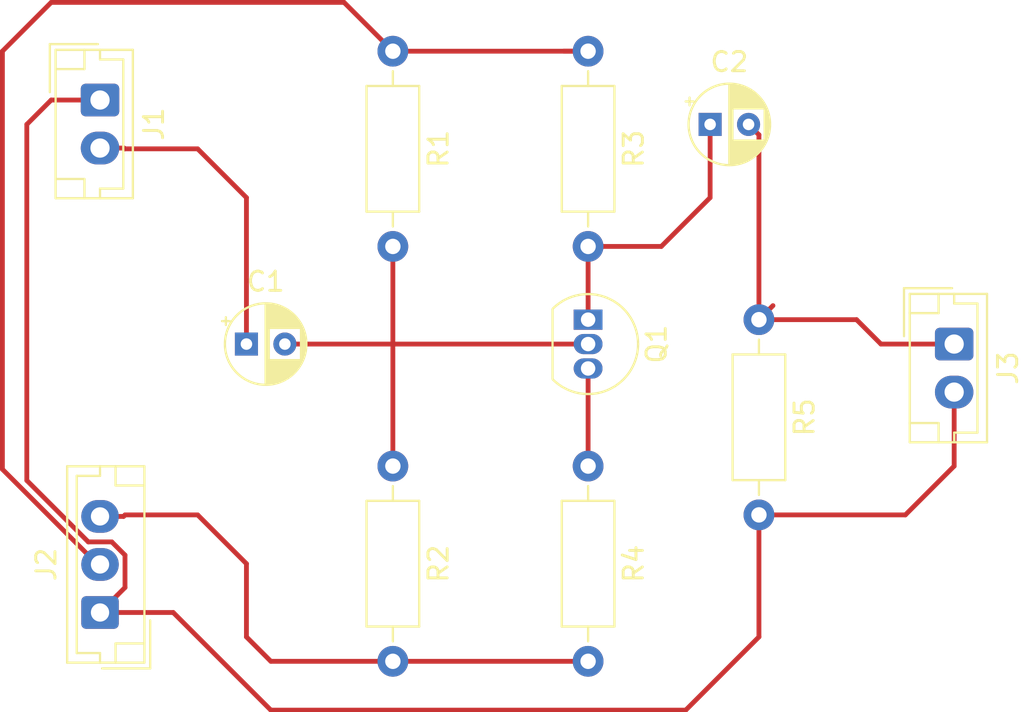
<source format=kicad_pcb>
(kicad_pcb (version 20171130) (host pcbnew "(5.1.4)-1")

  (general
    (thickness 1.6)
    (drawings 0)
    (tracks 55)
    (zones 0)
    (modules 11)
    (nets 9)
  )

  (page A4)
  (layers
    (0 F.Cu signal)
    (31 B.Cu signal)
    (32 B.Adhes user)
    (33 F.Adhes user)
    (34 B.Paste user)
    (35 F.Paste user)
    (36 B.SilkS user)
    (37 F.SilkS user)
    (38 B.Mask user)
    (39 F.Mask user)
    (40 Dwgs.User user)
    (41 Cmts.User user)
    (42 Eco1.User user)
    (43 Eco2.User user)
    (44 Edge.Cuts user)
    (45 Margin user)
    (46 B.CrtYd user)
    (47 F.CrtYd user)
    (48 B.Fab user)
    (49 F.Fab user)
  )

  (setup
    (last_trace_width 0.25)
    (trace_clearance 0.2)
    (zone_clearance 0.508)
    (zone_45_only no)
    (trace_min 0.2)
    (via_size 0.8)
    (via_drill 0.4)
    (via_min_size 0.4)
    (via_min_drill 0.3)
    (uvia_size 0.3)
    (uvia_drill 0.1)
    (uvias_allowed no)
    (uvia_min_size 0.2)
    (uvia_min_drill 0.1)
    (edge_width 0.05)
    (segment_width 0.2)
    (pcb_text_width 0.3)
    (pcb_text_size 1.5 1.5)
    (mod_edge_width 0.12)
    (mod_text_size 1 1)
    (mod_text_width 0.15)
    (pad_size 1.524 1.524)
    (pad_drill 0.762)
    (pad_to_mask_clearance 0.051)
    (solder_mask_min_width 0.25)
    (aux_axis_origin 0 0)
    (visible_elements FFFFFF7F)
    (pcbplotparams
      (layerselection 0x010fc_ffffffff)
      (usegerberextensions false)
      (usegerberattributes false)
      (usegerberadvancedattributes false)
      (creategerberjobfile false)
      (excludeedgelayer true)
      (linewidth 0.100000)
      (plotframeref false)
      (viasonmask false)
      (mode 1)
      (useauxorigin false)
      (hpglpennumber 1)
      (hpglpenspeed 20)
      (hpglpendiameter 15.000000)
      (psnegative false)
      (psa4output false)
      (plotreference true)
      (plotvalue true)
      (plotinvisibletext false)
      (padsonsilk false)
      (subtractmaskfromsilk false)
      (outputformat 1)
      (mirror false)
      (drillshape 1)
      (scaleselection 1)
      (outputdirectory ""))
  )

  (net 0 "")
  (net 1 "Net-(C1-Pad2)")
  (net 2 "Net-(C1-Pad1)")
  (net 3 "Net-(C2-Pad1)")
  (net 4 "Net-(C2-Pad2)")
  (net 5 "Net-(J1-Pad1)")
  (net 6 "Net-(J2-Pad2)")
  (net 7 "Net-(J2-Pad3)")
  (net 8 "Net-(Q1-Pad3)")

  (net_class Default "Esta é a classe de rede padrão."
    (clearance 0.2)
    (trace_width 0.25)
    (via_dia 0.8)
    (via_drill 0.4)
    (uvia_dia 0.3)
    (uvia_drill 0.1)
    (add_net "Net-(C1-Pad1)")
    (add_net "Net-(C1-Pad2)")
    (add_net "Net-(C2-Pad1)")
    (add_net "Net-(C2-Pad2)")
    (add_net "Net-(J1-Pad1)")
    (add_net "Net-(J2-Pad2)")
    (add_net "Net-(J2-Pad3)")
    (add_net "Net-(Q1-Pad3)")
  )

  (module Resistor_THT:R_Axial_DIN0207_L6.3mm_D2.5mm_P10.16mm_Horizontal (layer F.Cu) (tedit 5AE5139B) (tstamp 5E591514)
    (at 139.7 85.09 270)
    (descr "Resistor, Axial_DIN0207 series, Axial, Horizontal, pin pitch=10.16mm, 0.25W = 1/4W, length*diameter=6.3*2.5mm^2, http://cdn-reichelt.de/documents/datenblatt/B400/1_4W%23YAG.pdf")
    (tags "Resistor Axial_DIN0207 series Axial Horizontal pin pitch 10.16mm 0.25W = 1/4W length 6.3mm diameter 2.5mm")
    (path /5E5886E9)
    (fp_text reference R1 (at 5.08 -2.37 90) (layer F.SilkS)
      (effects (font (size 1 1) (thickness 0.15)))
    )
    (fp_text value 1M (at 5.08 2.37 90) (layer F.Fab)
      (effects (font (size 1 1) (thickness 0.15)))
    )
    (fp_line (start 1.93 -1.25) (end 1.93 1.25) (layer F.Fab) (width 0.1))
    (fp_line (start 1.93 1.25) (end 8.23 1.25) (layer F.Fab) (width 0.1))
    (fp_line (start 8.23 1.25) (end 8.23 -1.25) (layer F.Fab) (width 0.1))
    (fp_line (start 8.23 -1.25) (end 1.93 -1.25) (layer F.Fab) (width 0.1))
    (fp_line (start 0 0) (end 1.93 0) (layer F.Fab) (width 0.1))
    (fp_line (start 10.16 0) (end 8.23 0) (layer F.Fab) (width 0.1))
    (fp_line (start 1.81 -1.37) (end 1.81 1.37) (layer F.SilkS) (width 0.12))
    (fp_line (start 1.81 1.37) (end 8.35 1.37) (layer F.SilkS) (width 0.12))
    (fp_line (start 8.35 1.37) (end 8.35 -1.37) (layer F.SilkS) (width 0.12))
    (fp_line (start 8.35 -1.37) (end 1.81 -1.37) (layer F.SilkS) (width 0.12))
    (fp_line (start 1.04 0) (end 1.81 0) (layer F.SilkS) (width 0.12))
    (fp_line (start 9.12 0) (end 8.35 0) (layer F.SilkS) (width 0.12))
    (fp_line (start -1.05 -1.5) (end -1.05 1.5) (layer F.CrtYd) (width 0.05))
    (fp_line (start -1.05 1.5) (end 11.21 1.5) (layer F.CrtYd) (width 0.05))
    (fp_line (start 11.21 1.5) (end 11.21 -1.5) (layer F.CrtYd) (width 0.05))
    (fp_line (start 11.21 -1.5) (end -1.05 -1.5) (layer F.CrtYd) (width 0.05))
    (fp_text user %R (at 5.08 -0.255001 90) (layer F.Fab)
      (effects (font (size 1 1) (thickness 0.15)))
    )
    (pad 1 thru_hole circle (at 0 0 270) (size 1.6 1.6) (drill 0.8) (layers *.Cu *.Mask)
      (net 6 "Net-(J2-Pad2)"))
    (pad 2 thru_hole oval (at 10.16 0 270) (size 1.6 1.6) (drill 0.8) (layers *.Cu *.Mask)
      (net 1 "Net-(C1-Pad2)"))
    (model ${KISYS3DMOD}/Resistor_THT.3dshapes/R_Axial_DIN0207_L6.3mm_D2.5mm_P10.16mm_Horizontal.wrl
      (at (xyz 0 0 0))
      (scale (xyz 1 1 1))
      (rotate (xyz 0 0 0))
    )
  )

  (module Connector_JST:JST_EH_B3B-EH-A_1x03_P2.50mm_Vertical (layer F.Cu) (tedit 5C28142C) (tstamp 5E5914CB)
    (at 124.46 114.3 90)
    (descr "JST EH series connector, B3B-EH-A (http://www.jst-mfg.com/product/pdf/eng/eEH.pdf), generated with kicad-footprint-generator")
    (tags "connector JST EH vertical")
    (path /5E5983A9)
    (fp_text reference J2 (at 2.5 -2.8 90) (layer F.SilkS)
      (effects (font (size 1 1) (thickness 0.15)))
    )
    (fp_text value Power (at 2.5 3.4 90) (layer F.Fab)
      (effects (font (size 1 1) (thickness 0.15)))
    )
    (fp_line (start -2.5 -1.6) (end -2.5 2.2) (layer F.Fab) (width 0.1))
    (fp_line (start -2.5 2.2) (end 7.5 2.2) (layer F.Fab) (width 0.1))
    (fp_line (start 7.5 2.2) (end 7.5 -1.6) (layer F.Fab) (width 0.1))
    (fp_line (start 7.5 -1.6) (end -2.5 -1.6) (layer F.Fab) (width 0.1))
    (fp_line (start -3 -2.1) (end -3 2.7) (layer F.CrtYd) (width 0.05))
    (fp_line (start -3 2.7) (end 8 2.7) (layer F.CrtYd) (width 0.05))
    (fp_line (start 8 2.7) (end 8 -2.1) (layer F.CrtYd) (width 0.05))
    (fp_line (start 8 -2.1) (end -3 -2.1) (layer F.CrtYd) (width 0.05))
    (fp_line (start -2.61 -1.71) (end -2.61 2.31) (layer F.SilkS) (width 0.12))
    (fp_line (start -2.61 2.31) (end 7.61 2.31) (layer F.SilkS) (width 0.12))
    (fp_line (start 7.61 2.31) (end 7.61 -1.71) (layer F.SilkS) (width 0.12))
    (fp_line (start 7.61 -1.71) (end -2.61 -1.71) (layer F.SilkS) (width 0.12))
    (fp_line (start -2.61 0) (end -2.11 0) (layer F.SilkS) (width 0.12))
    (fp_line (start -2.11 0) (end -2.11 -1.21) (layer F.SilkS) (width 0.12))
    (fp_line (start -2.11 -1.21) (end 7.11 -1.21) (layer F.SilkS) (width 0.12))
    (fp_line (start 7.11 -1.21) (end 7.11 0) (layer F.SilkS) (width 0.12))
    (fp_line (start 7.11 0) (end 7.61 0) (layer F.SilkS) (width 0.12))
    (fp_line (start -2.61 0.81) (end -1.61 0.81) (layer F.SilkS) (width 0.12))
    (fp_line (start -1.61 0.81) (end -1.61 2.31) (layer F.SilkS) (width 0.12))
    (fp_line (start 7.61 0.81) (end 6.61 0.81) (layer F.SilkS) (width 0.12))
    (fp_line (start 6.61 0.81) (end 6.61 2.31) (layer F.SilkS) (width 0.12))
    (fp_line (start -2.91 0.11) (end -2.91 2.61) (layer F.SilkS) (width 0.12))
    (fp_line (start -2.91 2.61) (end -0.41 2.61) (layer F.SilkS) (width 0.12))
    (fp_line (start -2.91 0.11) (end -2.91 2.61) (layer F.Fab) (width 0.1))
    (fp_line (start -2.91 2.61) (end -0.41 2.61) (layer F.Fab) (width 0.1))
    (fp_text user %R (at 2.5 1.5 90) (layer F.Fab)
      (effects (font (size 1 1) (thickness 0.15)))
    )
    (pad 1 thru_hole roundrect (at 0 0 90) (size 1.7 1.95) (drill 0.95) (layers *.Cu *.Mask) (roundrect_rratio 0.147059)
      (net 5 "Net-(J1-Pad1)"))
    (pad 2 thru_hole oval (at 2.5 0 90) (size 1.7 1.95) (drill 0.95) (layers *.Cu *.Mask)
      (net 6 "Net-(J2-Pad2)"))
    (pad 3 thru_hole oval (at 5 0 90) (size 1.7 1.95) (drill 0.95) (layers *.Cu *.Mask)
      (net 7 "Net-(J2-Pad3)"))
    (model ${KISYS3DMOD}/Connector_JST.3dshapes/JST_EH_B3B-EH-A_1x03_P2.50mm_Vertical.wrl
      (at (xyz 0 0 0))
      (scale (xyz 1 1 1))
      (rotate (xyz 0 0 0))
    )
  )

  (module Capacitor_THT:CP_Radial_D4.0mm_P2.00mm (layer F.Cu) (tedit 5AE50EF0) (tstamp 5E59141E)
    (at 132.08 100.33)
    (descr "CP, Radial series, Radial, pin pitch=2.00mm, , diameter=4mm, Electrolytic Capacitor")
    (tags "CP Radial series Radial pin pitch 2.00mm  diameter 4mm Electrolytic Capacitor")
    (path /5E5A4FEC)
    (fp_text reference C1 (at 1 -3.25) (layer F.SilkS)
      (effects (font (size 1 1) (thickness 0.15)))
    )
    (fp_text value 2,2uF (at 1 3.25) (layer F.Fab)
      (effects (font (size 1 1) (thickness 0.15)))
    )
    (fp_text user %R (at 1.27 0) (layer F.Fab)
      (effects (font (size 0.8 0.8) (thickness 0.12)))
    )
    (fp_line (start -1.069801 -1.395) (end -1.069801 -0.995) (layer F.SilkS) (width 0.12))
    (fp_line (start -1.269801 -1.195) (end -0.869801 -1.195) (layer F.SilkS) (width 0.12))
    (fp_line (start 3.081 -0.37) (end 3.081 0.37) (layer F.SilkS) (width 0.12))
    (fp_line (start 3.041 -0.537) (end 3.041 0.537) (layer F.SilkS) (width 0.12))
    (fp_line (start 3.001 -0.664) (end 3.001 0.664) (layer F.SilkS) (width 0.12))
    (fp_line (start 2.961 -0.768) (end 2.961 0.768) (layer F.SilkS) (width 0.12))
    (fp_line (start 2.921 -0.859) (end 2.921 0.859) (layer F.SilkS) (width 0.12))
    (fp_line (start 2.881 -0.94) (end 2.881 0.94) (layer F.SilkS) (width 0.12))
    (fp_line (start 2.841 -1.013) (end 2.841 1.013) (layer F.SilkS) (width 0.12))
    (fp_line (start 2.801 0.84) (end 2.801 1.08) (layer F.SilkS) (width 0.12))
    (fp_line (start 2.801 -1.08) (end 2.801 -0.84) (layer F.SilkS) (width 0.12))
    (fp_line (start 2.761 0.84) (end 2.761 1.142) (layer F.SilkS) (width 0.12))
    (fp_line (start 2.761 -1.142) (end 2.761 -0.84) (layer F.SilkS) (width 0.12))
    (fp_line (start 2.721 0.84) (end 2.721 1.2) (layer F.SilkS) (width 0.12))
    (fp_line (start 2.721 -1.2) (end 2.721 -0.84) (layer F.SilkS) (width 0.12))
    (fp_line (start 2.681 0.84) (end 2.681 1.254) (layer F.SilkS) (width 0.12))
    (fp_line (start 2.681 -1.254) (end 2.681 -0.84) (layer F.SilkS) (width 0.12))
    (fp_line (start 2.641 0.84) (end 2.641 1.304) (layer F.SilkS) (width 0.12))
    (fp_line (start 2.641 -1.304) (end 2.641 -0.84) (layer F.SilkS) (width 0.12))
    (fp_line (start 2.601 0.84) (end 2.601 1.351) (layer F.SilkS) (width 0.12))
    (fp_line (start 2.601 -1.351) (end 2.601 -0.84) (layer F.SilkS) (width 0.12))
    (fp_line (start 2.561 0.84) (end 2.561 1.396) (layer F.SilkS) (width 0.12))
    (fp_line (start 2.561 -1.396) (end 2.561 -0.84) (layer F.SilkS) (width 0.12))
    (fp_line (start 2.521 0.84) (end 2.521 1.438) (layer F.SilkS) (width 0.12))
    (fp_line (start 2.521 -1.438) (end 2.521 -0.84) (layer F.SilkS) (width 0.12))
    (fp_line (start 2.481 0.84) (end 2.481 1.478) (layer F.SilkS) (width 0.12))
    (fp_line (start 2.481 -1.478) (end 2.481 -0.84) (layer F.SilkS) (width 0.12))
    (fp_line (start 2.441 0.84) (end 2.441 1.516) (layer F.SilkS) (width 0.12))
    (fp_line (start 2.441 -1.516) (end 2.441 -0.84) (layer F.SilkS) (width 0.12))
    (fp_line (start 2.401 0.84) (end 2.401 1.552) (layer F.SilkS) (width 0.12))
    (fp_line (start 2.401 -1.552) (end 2.401 -0.84) (layer F.SilkS) (width 0.12))
    (fp_line (start 2.361 0.84) (end 2.361 1.587) (layer F.SilkS) (width 0.12))
    (fp_line (start 2.361 -1.587) (end 2.361 -0.84) (layer F.SilkS) (width 0.12))
    (fp_line (start 2.321 0.84) (end 2.321 1.619) (layer F.SilkS) (width 0.12))
    (fp_line (start 2.321 -1.619) (end 2.321 -0.84) (layer F.SilkS) (width 0.12))
    (fp_line (start 2.281 0.84) (end 2.281 1.65) (layer F.SilkS) (width 0.12))
    (fp_line (start 2.281 -1.65) (end 2.281 -0.84) (layer F.SilkS) (width 0.12))
    (fp_line (start 2.241 0.84) (end 2.241 1.68) (layer F.SilkS) (width 0.12))
    (fp_line (start 2.241 -1.68) (end 2.241 -0.84) (layer F.SilkS) (width 0.12))
    (fp_line (start 2.201 0.84) (end 2.201 1.708) (layer F.SilkS) (width 0.12))
    (fp_line (start 2.201 -1.708) (end 2.201 -0.84) (layer F.SilkS) (width 0.12))
    (fp_line (start 2.161 0.84) (end 2.161 1.735) (layer F.SilkS) (width 0.12))
    (fp_line (start 2.161 -1.735) (end 2.161 -0.84) (layer F.SilkS) (width 0.12))
    (fp_line (start 2.121 0.84) (end 2.121 1.76) (layer F.SilkS) (width 0.12))
    (fp_line (start 2.121 -1.76) (end 2.121 -0.84) (layer F.SilkS) (width 0.12))
    (fp_line (start 2.081 0.84) (end 2.081 1.785) (layer F.SilkS) (width 0.12))
    (fp_line (start 2.081 -1.785) (end 2.081 -0.84) (layer F.SilkS) (width 0.12))
    (fp_line (start 2.041 0.84) (end 2.041 1.808) (layer F.SilkS) (width 0.12))
    (fp_line (start 2.041 -1.808) (end 2.041 -0.84) (layer F.SilkS) (width 0.12))
    (fp_line (start 2.001 0.84) (end 2.001 1.83) (layer F.SilkS) (width 0.12))
    (fp_line (start 2.001 -1.83) (end 2.001 -0.84) (layer F.SilkS) (width 0.12))
    (fp_line (start 1.961 0.84) (end 1.961 1.851) (layer F.SilkS) (width 0.12))
    (fp_line (start 1.961 -1.851) (end 1.961 -0.84) (layer F.SilkS) (width 0.12))
    (fp_line (start 1.921 0.84) (end 1.921 1.87) (layer F.SilkS) (width 0.12))
    (fp_line (start 1.921 -1.87) (end 1.921 -0.84) (layer F.SilkS) (width 0.12))
    (fp_line (start 1.881 0.84) (end 1.881 1.889) (layer F.SilkS) (width 0.12))
    (fp_line (start 1.881 -1.889) (end 1.881 -0.84) (layer F.SilkS) (width 0.12))
    (fp_line (start 1.841 0.84) (end 1.841 1.907) (layer F.SilkS) (width 0.12))
    (fp_line (start 1.841 -1.907) (end 1.841 -0.84) (layer F.SilkS) (width 0.12))
    (fp_line (start 1.801 0.84) (end 1.801 1.924) (layer F.SilkS) (width 0.12))
    (fp_line (start 1.801 -1.924) (end 1.801 -0.84) (layer F.SilkS) (width 0.12))
    (fp_line (start 1.761 0.84) (end 1.761 1.94) (layer F.SilkS) (width 0.12))
    (fp_line (start 1.761 -1.94) (end 1.761 -0.84) (layer F.SilkS) (width 0.12))
    (fp_line (start 1.721 0.84) (end 1.721 1.954) (layer F.SilkS) (width 0.12))
    (fp_line (start 1.721 -1.954) (end 1.721 -0.84) (layer F.SilkS) (width 0.12))
    (fp_line (start 1.68 0.84) (end 1.68 1.968) (layer F.SilkS) (width 0.12))
    (fp_line (start 1.68 -1.968) (end 1.68 -0.84) (layer F.SilkS) (width 0.12))
    (fp_line (start 1.64 0.84) (end 1.64 1.982) (layer F.SilkS) (width 0.12))
    (fp_line (start 1.64 -1.982) (end 1.64 -0.84) (layer F.SilkS) (width 0.12))
    (fp_line (start 1.6 0.84) (end 1.6 1.994) (layer F.SilkS) (width 0.12))
    (fp_line (start 1.6 -1.994) (end 1.6 -0.84) (layer F.SilkS) (width 0.12))
    (fp_line (start 1.56 0.84) (end 1.56 2.005) (layer F.SilkS) (width 0.12))
    (fp_line (start 1.56 -2.005) (end 1.56 -0.84) (layer F.SilkS) (width 0.12))
    (fp_line (start 1.52 0.84) (end 1.52 2.016) (layer F.SilkS) (width 0.12))
    (fp_line (start 1.52 -2.016) (end 1.52 -0.84) (layer F.SilkS) (width 0.12))
    (fp_line (start 1.48 0.84) (end 1.48 2.025) (layer F.SilkS) (width 0.12))
    (fp_line (start 1.48 -2.025) (end 1.48 -0.84) (layer F.SilkS) (width 0.12))
    (fp_line (start 1.44 0.84) (end 1.44 2.034) (layer F.SilkS) (width 0.12))
    (fp_line (start 1.44 -2.034) (end 1.44 -0.84) (layer F.SilkS) (width 0.12))
    (fp_line (start 1.4 0.84) (end 1.4 2.042) (layer F.SilkS) (width 0.12))
    (fp_line (start 1.4 -2.042) (end 1.4 -0.84) (layer F.SilkS) (width 0.12))
    (fp_line (start 1.36 0.84) (end 1.36 2.05) (layer F.SilkS) (width 0.12))
    (fp_line (start 1.36 -2.05) (end 1.36 -0.84) (layer F.SilkS) (width 0.12))
    (fp_line (start 1.32 0.84) (end 1.32 2.056) (layer F.SilkS) (width 0.12))
    (fp_line (start 1.32 -2.056) (end 1.32 -0.84) (layer F.SilkS) (width 0.12))
    (fp_line (start 1.28 0.84) (end 1.28 2.062) (layer F.SilkS) (width 0.12))
    (fp_line (start 1.28 -2.062) (end 1.28 -0.84) (layer F.SilkS) (width 0.12))
    (fp_line (start 1.24 0.84) (end 1.24 2.067) (layer F.SilkS) (width 0.12))
    (fp_line (start 1.24 -2.067) (end 1.24 -0.84) (layer F.SilkS) (width 0.12))
    (fp_line (start 1.2 0.84) (end 1.2 2.071) (layer F.SilkS) (width 0.12))
    (fp_line (start 1.2 -2.071) (end 1.2 -0.84) (layer F.SilkS) (width 0.12))
    (fp_line (start 1.16 -2.074) (end 1.16 2.074) (layer F.SilkS) (width 0.12))
    (fp_line (start 1.12 -2.077) (end 1.12 2.077) (layer F.SilkS) (width 0.12))
    (fp_line (start 1.08 -2.079) (end 1.08 2.079) (layer F.SilkS) (width 0.12))
    (fp_line (start 1.04 -2.08) (end 1.04 2.08) (layer F.SilkS) (width 0.12))
    (fp_line (start 1 -2.08) (end 1 2.08) (layer F.SilkS) (width 0.12))
    (fp_line (start -0.502554 -1.0675) (end -0.502554 -0.6675) (layer F.Fab) (width 0.1))
    (fp_line (start -0.702554 -0.8675) (end -0.302554 -0.8675) (layer F.Fab) (width 0.1))
    (fp_circle (center 1 0) (end 3.25 0) (layer F.CrtYd) (width 0.05))
    (fp_circle (center 1 0) (end 3.12 0) (layer F.SilkS) (width 0.12))
    (fp_circle (center 1 0) (end 3 0) (layer F.Fab) (width 0.1))
    (pad 2 thru_hole circle (at 2 0) (size 1.2 1.2) (drill 0.6) (layers *.Cu *.Mask)
      (net 1 "Net-(C1-Pad2)"))
    (pad 1 thru_hole rect (at 0 0) (size 1.2 1.2) (drill 0.6) (layers *.Cu *.Mask)
      (net 2 "Net-(C1-Pad1)"))
    (model ${KISYS3DMOD}/Capacitor_THT.3dshapes/CP_Radial_D4.0mm_P2.00mm.wrl
      (at (xyz 0 0 0))
      (scale (xyz 1 1 1))
      (rotate (xyz 0 0 0))
    )
  )

  (module Capacitor_THT:CP_Radial_D4.0mm_P2.00mm (layer F.Cu) (tedit 5AE50EF0) (tstamp 5E59148A)
    (at 156.21 88.9)
    (descr "CP, Radial series, Radial, pin pitch=2.00mm, , diameter=4mm, Electrolytic Capacitor")
    (tags "CP Radial series Radial pin pitch 2.00mm  diameter 4mm Electrolytic Capacitor")
    (path /5E591736)
    (fp_text reference C2 (at 1 -3.25) (layer F.SilkS)
      (effects (font (size 1 1) (thickness 0.15)))
    )
    (fp_text value 100uF (at 1 3.25) (layer F.Fab)
      (effects (font (size 1 1) (thickness 0.15)))
    )
    (fp_circle (center 1 0) (end 3 0) (layer F.Fab) (width 0.1))
    (fp_circle (center 1 0) (end 3.12 0) (layer F.SilkS) (width 0.12))
    (fp_circle (center 1 0) (end 3.25 0) (layer F.CrtYd) (width 0.05))
    (fp_line (start -0.702554 -0.8675) (end -0.302554 -0.8675) (layer F.Fab) (width 0.1))
    (fp_line (start -0.502554 -1.0675) (end -0.502554 -0.6675) (layer F.Fab) (width 0.1))
    (fp_line (start 1 -2.08) (end 1 2.08) (layer F.SilkS) (width 0.12))
    (fp_line (start 1.04 -2.08) (end 1.04 2.08) (layer F.SilkS) (width 0.12))
    (fp_line (start 1.08 -2.079) (end 1.08 2.079) (layer F.SilkS) (width 0.12))
    (fp_line (start 1.12 -2.077) (end 1.12 2.077) (layer F.SilkS) (width 0.12))
    (fp_line (start 1.16 -2.074) (end 1.16 2.074) (layer F.SilkS) (width 0.12))
    (fp_line (start 1.2 -2.071) (end 1.2 -0.84) (layer F.SilkS) (width 0.12))
    (fp_line (start 1.2 0.84) (end 1.2 2.071) (layer F.SilkS) (width 0.12))
    (fp_line (start 1.24 -2.067) (end 1.24 -0.84) (layer F.SilkS) (width 0.12))
    (fp_line (start 1.24 0.84) (end 1.24 2.067) (layer F.SilkS) (width 0.12))
    (fp_line (start 1.28 -2.062) (end 1.28 -0.84) (layer F.SilkS) (width 0.12))
    (fp_line (start 1.28 0.84) (end 1.28 2.062) (layer F.SilkS) (width 0.12))
    (fp_line (start 1.32 -2.056) (end 1.32 -0.84) (layer F.SilkS) (width 0.12))
    (fp_line (start 1.32 0.84) (end 1.32 2.056) (layer F.SilkS) (width 0.12))
    (fp_line (start 1.36 -2.05) (end 1.36 -0.84) (layer F.SilkS) (width 0.12))
    (fp_line (start 1.36 0.84) (end 1.36 2.05) (layer F.SilkS) (width 0.12))
    (fp_line (start 1.4 -2.042) (end 1.4 -0.84) (layer F.SilkS) (width 0.12))
    (fp_line (start 1.4 0.84) (end 1.4 2.042) (layer F.SilkS) (width 0.12))
    (fp_line (start 1.44 -2.034) (end 1.44 -0.84) (layer F.SilkS) (width 0.12))
    (fp_line (start 1.44 0.84) (end 1.44 2.034) (layer F.SilkS) (width 0.12))
    (fp_line (start 1.48 -2.025) (end 1.48 -0.84) (layer F.SilkS) (width 0.12))
    (fp_line (start 1.48 0.84) (end 1.48 2.025) (layer F.SilkS) (width 0.12))
    (fp_line (start 1.52 -2.016) (end 1.52 -0.84) (layer F.SilkS) (width 0.12))
    (fp_line (start 1.52 0.84) (end 1.52 2.016) (layer F.SilkS) (width 0.12))
    (fp_line (start 1.56 -2.005) (end 1.56 -0.84) (layer F.SilkS) (width 0.12))
    (fp_line (start 1.56 0.84) (end 1.56 2.005) (layer F.SilkS) (width 0.12))
    (fp_line (start 1.6 -1.994) (end 1.6 -0.84) (layer F.SilkS) (width 0.12))
    (fp_line (start 1.6 0.84) (end 1.6 1.994) (layer F.SilkS) (width 0.12))
    (fp_line (start 1.64 -1.982) (end 1.64 -0.84) (layer F.SilkS) (width 0.12))
    (fp_line (start 1.64 0.84) (end 1.64 1.982) (layer F.SilkS) (width 0.12))
    (fp_line (start 1.68 -1.968) (end 1.68 -0.84) (layer F.SilkS) (width 0.12))
    (fp_line (start 1.68 0.84) (end 1.68 1.968) (layer F.SilkS) (width 0.12))
    (fp_line (start 1.721 -1.954) (end 1.721 -0.84) (layer F.SilkS) (width 0.12))
    (fp_line (start 1.721 0.84) (end 1.721 1.954) (layer F.SilkS) (width 0.12))
    (fp_line (start 1.761 -1.94) (end 1.761 -0.84) (layer F.SilkS) (width 0.12))
    (fp_line (start 1.761 0.84) (end 1.761 1.94) (layer F.SilkS) (width 0.12))
    (fp_line (start 1.801 -1.924) (end 1.801 -0.84) (layer F.SilkS) (width 0.12))
    (fp_line (start 1.801 0.84) (end 1.801 1.924) (layer F.SilkS) (width 0.12))
    (fp_line (start 1.841 -1.907) (end 1.841 -0.84) (layer F.SilkS) (width 0.12))
    (fp_line (start 1.841 0.84) (end 1.841 1.907) (layer F.SilkS) (width 0.12))
    (fp_line (start 1.881 -1.889) (end 1.881 -0.84) (layer F.SilkS) (width 0.12))
    (fp_line (start 1.881 0.84) (end 1.881 1.889) (layer F.SilkS) (width 0.12))
    (fp_line (start 1.921 -1.87) (end 1.921 -0.84) (layer F.SilkS) (width 0.12))
    (fp_line (start 1.921 0.84) (end 1.921 1.87) (layer F.SilkS) (width 0.12))
    (fp_line (start 1.961 -1.851) (end 1.961 -0.84) (layer F.SilkS) (width 0.12))
    (fp_line (start 1.961 0.84) (end 1.961 1.851) (layer F.SilkS) (width 0.12))
    (fp_line (start 2.001 -1.83) (end 2.001 -0.84) (layer F.SilkS) (width 0.12))
    (fp_line (start 2.001 0.84) (end 2.001 1.83) (layer F.SilkS) (width 0.12))
    (fp_line (start 2.041 -1.808) (end 2.041 -0.84) (layer F.SilkS) (width 0.12))
    (fp_line (start 2.041 0.84) (end 2.041 1.808) (layer F.SilkS) (width 0.12))
    (fp_line (start 2.081 -1.785) (end 2.081 -0.84) (layer F.SilkS) (width 0.12))
    (fp_line (start 2.081 0.84) (end 2.081 1.785) (layer F.SilkS) (width 0.12))
    (fp_line (start 2.121 -1.76) (end 2.121 -0.84) (layer F.SilkS) (width 0.12))
    (fp_line (start 2.121 0.84) (end 2.121 1.76) (layer F.SilkS) (width 0.12))
    (fp_line (start 2.161 -1.735) (end 2.161 -0.84) (layer F.SilkS) (width 0.12))
    (fp_line (start 2.161 0.84) (end 2.161 1.735) (layer F.SilkS) (width 0.12))
    (fp_line (start 2.201 -1.708) (end 2.201 -0.84) (layer F.SilkS) (width 0.12))
    (fp_line (start 2.201 0.84) (end 2.201 1.708) (layer F.SilkS) (width 0.12))
    (fp_line (start 2.241 -1.68) (end 2.241 -0.84) (layer F.SilkS) (width 0.12))
    (fp_line (start 2.241 0.84) (end 2.241 1.68) (layer F.SilkS) (width 0.12))
    (fp_line (start 2.281 -1.65) (end 2.281 -0.84) (layer F.SilkS) (width 0.12))
    (fp_line (start 2.281 0.84) (end 2.281 1.65) (layer F.SilkS) (width 0.12))
    (fp_line (start 2.321 -1.619) (end 2.321 -0.84) (layer F.SilkS) (width 0.12))
    (fp_line (start 2.321 0.84) (end 2.321 1.619) (layer F.SilkS) (width 0.12))
    (fp_line (start 2.361 -1.587) (end 2.361 -0.84) (layer F.SilkS) (width 0.12))
    (fp_line (start 2.361 0.84) (end 2.361 1.587) (layer F.SilkS) (width 0.12))
    (fp_line (start 2.401 -1.552) (end 2.401 -0.84) (layer F.SilkS) (width 0.12))
    (fp_line (start 2.401 0.84) (end 2.401 1.552) (layer F.SilkS) (width 0.12))
    (fp_line (start 2.441 -1.516) (end 2.441 -0.84) (layer F.SilkS) (width 0.12))
    (fp_line (start 2.441 0.84) (end 2.441 1.516) (layer F.SilkS) (width 0.12))
    (fp_line (start 2.481 -1.478) (end 2.481 -0.84) (layer F.SilkS) (width 0.12))
    (fp_line (start 2.481 0.84) (end 2.481 1.478) (layer F.SilkS) (width 0.12))
    (fp_line (start 2.521 -1.438) (end 2.521 -0.84) (layer F.SilkS) (width 0.12))
    (fp_line (start 2.521 0.84) (end 2.521 1.438) (layer F.SilkS) (width 0.12))
    (fp_line (start 2.561 -1.396) (end 2.561 -0.84) (layer F.SilkS) (width 0.12))
    (fp_line (start 2.561 0.84) (end 2.561 1.396) (layer F.SilkS) (width 0.12))
    (fp_line (start 2.601 -1.351) (end 2.601 -0.84) (layer F.SilkS) (width 0.12))
    (fp_line (start 2.601 0.84) (end 2.601 1.351) (layer F.SilkS) (width 0.12))
    (fp_line (start 2.641 -1.304) (end 2.641 -0.84) (layer F.SilkS) (width 0.12))
    (fp_line (start 2.641 0.84) (end 2.641 1.304) (layer F.SilkS) (width 0.12))
    (fp_line (start 2.681 -1.254) (end 2.681 -0.84) (layer F.SilkS) (width 0.12))
    (fp_line (start 2.681 0.84) (end 2.681 1.254) (layer F.SilkS) (width 0.12))
    (fp_line (start 2.721 -1.2) (end 2.721 -0.84) (layer F.SilkS) (width 0.12))
    (fp_line (start 2.721 0.84) (end 2.721 1.2) (layer F.SilkS) (width 0.12))
    (fp_line (start 2.761 -1.142) (end 2.761 -0.84) (layer F.SilkS) (width 0.12))
    (fp_line (start 2.761 0.84) (end 2.761 1.142) (layer F.SilkS) (width 0.12))
    (fp_line (start 2.801 -1.08) (end 2.801 -0.84) (layer F.SilkS) (width 0.12))
    (fp_line (start 2.801 0.84) (end 2.801 1.08) (layer F.SilkS) (width 0.12))
    (fp_line (start 2.841 -1.013) (end 2.841 1.013) (layer F.SilkS) (width 0.12))
    (fp_line (start 2.881 -0.94) (end 2.881 0.94) (layer F.SilkS) (width 0.12))
    (fp_line (start 2.921 -0.859) (end 2.921 0.859) (layer F.SilkS) (width 0.12))
    (fp_line (start 2.961 -0.768) (end 2.961 0.768) (layer F.SilkS) (width 0.12))
    (fp_line (start 3.001 -0.664) (end 3.001 0.664) (layer F.SilkS) (width 0.12))
    (fp_line (start 3.041 -0.537) (end 3.041 0.537) (layer F.SilkS) (width 0.12))
    (fp_line (start 3.081 -0.37) (end 3.081 0.37) (layer F.SilkS) (width 0.12))
    (fp_line (start -1.269801 -1.195) (end -0.869801 -1.195) (layer F.SilkS) (width 0.12))
    (fp_line (start -1.069801 -1.395) (end -1.069801 -0.995) (layer F.SilkS) (width 0.12))
    (fp_text user %R (at 1 0) (layer F.Fab)
      (effects (font (size 0.8 0.8) (thickness 0.12)))
    )
    (pad 1 thru_hole rect (at 0 0) (size 1.2 1.2) (drill 0.6) (layers *.Cu *.Mask)
      (net 3 "Net-(C2-Pad1)"))
    (pad 2 thru_hole circle (at 2 0) (size 1.2 1.2) (drill 0.6) (layers *.Cu *.Mask)
      (net 4 "Net-(C2-Pad2)"))
    (model ${KISYS3DMOD}/Capacitor_THT.3dshapes/CP_Radial_D4.0mm_P2.00mm.wrl
      (at (xyz 0 0 0))
      (scale (xyz 1 1 1))
      (rotate (xyz 0 0 0))
    )
  )

  (module Connector_JST:JST_EH_B2B-EH-A_1x02_P2.50mm_Vertical (layer F.Cu) (tedit 5C28142C) (tstamp 5E5914AA)
    (at 124.46 87.63 270)
    (descr "JST EH series connector, B2B-EH-A (http://www.jst-mfg.com/product/pdf/eng/eEH.pdf), generated with kicad-footprint-generator")
    (tags "connector JST EH vertical")
    (path /5E5A65F9)
    (fp_text reference J1 (at 1.25 -2.8 90) (layer F.SilkS)
      (effects (font (size 1 1) (thickness 0.15)))
    )
    (fp_text value Signal (at 1.25 3.4 90) (layer F.Fab)
      (effects (font (size 1 1) (thickness 0.15)))
    )
    (fp_text user %R (at 1.27 1.5 90) (layer F.Fab)
      (effects (font (size 1 1) (thickness 0.15)))
    )
    (fp_line (start -2.91 2.61) (end -0.41 2.61) (layer F.Fab) (width 0.1))
    (fp_line (start -2.91 0.11) (end -2.91 2.61) (layer F.Fab) (width 0.1))
    (fp_line (start -2.91 2.61) (end -0.41 2.61) (layer F.SilkS) (width 0.12))
    (fp_line (start -2.91 0.11) (end -2.91 2.61) (layer F.SilkS) (width 0.12))
    (fp_line (start 4.11 0.81) (end 4.11 2.31) (layer F.SilkS) (width 0.12))
    (fp_line (start 5.11 0.81) (end 4.11 0.81) (layer F.SilkS) (width 0.12))
    (fp_line (start -1.61 0.81) (end -1.61 2.31) (layer F.SilkS) (width 0.12))
    (fp_line (start -2.61 0.81) (end -1.61 0.81) (layer F.SilkS) (width 0.12))
    (fp_line (start 4.61 0) (end 5.11 0) (layer F.SilkS) (width 0.12))
    (fp_line (start 4.61 -1.21) (end 4.61 0) (layer F.SilkS) (width 0.12))
    (fp_line (start -2.11 -1.21) (end 4.61 -1.21) (layer F.SilkS) (width 0.12))
    (fp_line (start -2.11 0) (end -2.11 -1.21) (layer F.SilkS) (width 0.12))
    (fp_line (start -2.61 0) (end -2.11 0) (layer F.SilkS) (width 0.12))
    (fp_line (start 5.11 -1.71) (end -2.61 -1.71) (layer F.SilkS) (width 0.12))
    (fp_line (start 5.11 2.31) (end 5.11 -1.71) (layer F.SilkS) (width 0.12))
    (fp_line (start -2.61 2.31) (end 5.11 2.31) (layer F.SilkS) (width 0.12))
    (fp_line (start -2.61 -1.71) (end -2.61 2.31) (layer F.SilkS) (width 0.12))
    (fp_line (start 5.5 -2.1) (end -3 -2.1) (layer F.CrtYd) (width 0.05))
    (fp_line (start 5.5 2.7) (end 5.5 -2.1) (layer F.CrtYd) (width 0.05))
    (fp_line (start -3 2.7) (end 5.5 2.7) (layer F.CrtYd) (width 0.05))
    (fp_line (start -3 -2.1) (end -3 2.7) (layer F.CrtYd) (width 0.05))
    (fp_line (start 5 -1.6) (end -2.5 -1.6) (layer F.Fab) (width 0.1))
    (fp_line (start 5 2.2) (end 5 -1.6) (layer F.Fab) (width 0.1))
    (fp_line (start -2.5 2.2) (end 5 2.2) (layer F.Fab) (width 0.1))
    (fp_line (start -2.5 -1.6) (end -2.5 2.2) (layer F.Fab) (width 0.1))
    (pad 2 thru_hole oval (at 2.5 0 270) (size 1.7 2) (drill 1) (layers *.Cu *.Mask)
      (net 2 "Net-(C1-Pad1)"))
    (pad 1 thru_hole roundrect (at 0 0 270) (size 1.7 2) (drill 1) (layers *.Cu *.Mask) (roundrect_rratio 0.147059)
      (net 5 "Net-(J1-Pad1)"))
    (model ${KISYS3DMOD}/Connector_JST.3dshapes/JST_EH_B2B-EH-A_1x02_P2.50mm_Vertical.wrl
      (at (xyz 0 0 0))
      (scale (xyz 1 1 1))
      (rotate (xyz 0 0 0))
    )
  )

  (module Connector_JST:JST_EH_B2B-EH-A_1x02_P2.50mm_Vertical (layer F.Cu) (tedit 5C28142C) (tstamp 5E5914EB)
    (at 168.91 100.33 270)
    (descr "JST EH series connector, B2B-EH-A (http://www.jst-mfg.com/product/pdf/eng/eEH.pdf), generated with kicad-footprint-generator")
    (tags "connector JST EH vertical")
    (path /5E59B35E)
    (fp_text reference J3 (at 1.25 -2.8 90) (layer F.SilkS)
      (effects (font (size 1 1) (thickness 0.15)))
    )
    (fp_text value Out (at 1.25 3.4 90) (layer F.Fab)
      (effects (font (size 1 1) (thickness 0.15)))
    )
    (fp_line (start -2.5 -1.6) (end -2.5 2.2) (layer F.Fab) (width 0.1))
    (fp_line (start -2.5 2.2) (end 5 2.2) (layer F.Fab) (width 0.1))
    (fp_line (start 5 2.2) (end 5 -1.6) (layer F.Fab) (width 0.1))
    (fp_line (start 5 -1.6) (end -2.5 -1.6) (layer F.Fab) (width 0.1))
    (fp_line (start -3 -2.1) (end -3 2.7) (layer F.CrtYd) (width 0.05))
    (fp_line (start -3 2.7) (end 5.5 2.7) (layer F.CrtYd) (width 0.05))
    (fp_line (start 5.5 2.7) (end 5.5 -2.1) (layer F.CrtYd) (width 0.05))
    (fp_line (start 5.5 -2.1) (end -3 -2.1) (layer F.CrtYd) (width 0.05))
    (fp_line (start -2.61 -1.71) (end -2.61 2.31) (layer F.SilkS) (width 0.12))
    (fp_line (start -2.61 2.31) (end 5.11 2.31) (layer F.SilkS) (width 0.12))
    (fp_line (start 5.11 2.31) (end 5.11 -1.71) (layer F.SilkS) (width 0.12))
    (fp_line (start 5.11 -1.71) (end -2.61 -1.71) (layer F.SilkS) (width 0.12))
    (fp_line (start -2.61 0) (end -2.11 0) (layer F.SilkS) (width 0.12))
    (fp_line (start -2.11 0) (end -2.11 -1.21) (layer F.SilkS) (width 0.12))
    (fp_line (start -2.11 -1.21) (end 4.61 -1.21) (layer F.SilkS) (width 0.12))
    (fp_line (start 4.61 -1.21) (end 4.61 0) (layer F.SilkS) (width 0.12))
    (fp_line (start 4.61 0) (end 5.11 0) (layer F.SilkS) (width 0.12))
    (fp_line (start -2.61 0.81) (end -1.61 0.81) (layer F.SilkS) (width 0.12))
    (fp_line (start -1.61 0.81) (end -1.61 2.31) (layer F.SilkS) (width 0.12))
    (fp_line (start 5.11 0.81) (end 4.11 0.81) (layer F.SilkS) (width 0.12))
    (fp_line (start 4.11 0.81) (end 4.11 2.31) (layer F.SilkS) (width 0.12))
    (fp_line (start -2.91 0.11) (end -2.91 2.61) (layer F.SilkS) (width 0.12))
    (fp_line (start -2.91 2.61) (end -0.41 2.61) (layer F.SilkS) (width 0.12))
    (fp_line (start -2.91 0.11) (end -2.91 2.61) (layer F.Fab) (width 0.1))
    (fp_line (start -2.91 2.61) (end -0.41 2.61) (layer F.Fab) (width 0.1))
    (fp_text user %R (at 1.25 1.5 90) (layer F.Fab)
      (effects (font (size 1 1) (thickness 0.15)))
    )
    (pad 1 thru_hole roundrect (at 0 0 270) (size 1.7 2) (drill 1) (layers *.Cu *.Mask) (roundrect_rratio 0.147059)
      (net 4 "Net-(C2-Pad2)"))
    (pad 2 thru_hole oval (at 2.5 0 270) (size 1.7 2) (drill 1) (layers *.Cu *.Mask)
      (net 5 "Net-(J1-Pad1)"))
    (model ${KISYS3DMOD}/Connector_JST.3dshapes/JST_EH_B2B-EH-A_1x02_P2.50mm_Vertical.wrl
      (at (xyz 0 0 0))
      (scale (xyz 1 1 1))
      (rotate (xyz 0 0 0))
    )
  )

  (module Package_TO_SOT_THT:TO-92_Inline (layer F.Cu) (tedit 5A1DD157) (tstamp 5E5914FD)
    (at 149.86 99.06 270)
    (descr "TO-92 leads in-line, narrow, oval pads, drill 0.75mm (see NXP sot054_po.pdf)")
    (tags "to-92 sc-43 sc-43a sot54 PA33 transistor")
    (path /5E58C98B)
    (fp_text reference Q1 (at 1.27 -3.56 90) (layer F.SilkS)
      (effects (font (size 1 1) (thickness 0.15)))
    )
    (fp_text value BC547 (at 1.27 2.79 90) (layer F.Fab)
      (effects (font (size 1 1) (thickness 0.15)))
    )
    (fp_text user %R (at 1.27 -3.56 90) (layer F.Fab)
      (effects (font (size 1 1) (thickness 0.15)))
    )
    (fp_line (start -0.53 1.85) (end 3.07 1.85) (layer F.SilkS) (width 0.12))
    (fp_line (start -0.5 1.75) (end 3 1.75) (layer F.Fab) (width 0.1))
    (fp_line (start -1.46 -2.73) (end 4 -2.73) (layer F.CrtYd) (width 0.05))
    (fp_line (start -1.46 -2.73) (end -1.46 2.01) (layer F.CrtYd) (width 0.05))
    (fp_line (start 4 2.01) (end 4 -2.73) (layer F.CrtYd) (width 0.05))
    (fp_line (start 4 2.01) (end -1.46 2.01) (layer F.CrtYd) (width 0.05))
    (fp_arc (start 1.27 0) (end 1.27 -2.48) (angle 135) (layer F.Fab) (width 0.1))
    (fp_arc (start 1.27 0) (end 1.27 -2.6) (angle -135) (layer F.SilkS) (width 0.12))
    (fp_arc (start 1.27 0) (end 1.27 -2.48) (angle -135) (layer F.Fab) (width 0.1))
    (fp_arc (start 1.27 0) (end 1.27 -2.6) (angle 135) (layer F.SilkS) (width 0.12))
    (pad 2 thru_hole oval (at 1.27 0 270) (size 1.05 1.5) (drill 0.75) (layers *.Cu *.Mask)
      (net 1 "Net-(C1-Pad2)"))
    (pad 3 thru_hole oval (at 2.54 0 270) (size 1.05 1.5) (drill 0.75) (layers *.Cu *.Mask)
      (net 8 "Net-(Q1-Pad3)"))
    (pad 1 thru_hole rect (at 0 0 270) (size 1.05 1.5) (drill 0.75) (layers *.Cu *.Mask)
      (net 3 "Net-(C2-Pad1)"))
    (model ${KISYS3DMOD}/Package_TO_SOT_THT.3dshapes/TO-92_Inline.wrl
      (at (xyz 0 0 0))
      (scale (xyz 1 1 1))
      (rotate (xyz 0 0 0))
    )
  )

  (module Resistor_THT:R_Axial_DIN0207_L6.3mm_D2.5mm_P10.16mm_Horizontal (layer F.Cu) (tedit 5AE5139B) (tstamp 5E59152B)
    (at 139.7 106.68 270)
    (descr "Resistor, Axial_DIN0207 series, Axial, Horizontal, pin pitch=10.16mm, 0.25W = 1/4W, length*diameter=6.3*2.5mm^2, http://cdn-reichelt.de/documents/datenblatt/B400/1_4W%23YAG.pdf")
    (tags "Resistor Axial_DIN0207 series Axial Horizontal pin pitch 10.16mm 0.25W = 1/4W length 6.3mm diameter 2.5mm")
    (path /5E58A6DC)
    (fp_text reference R2 (at 5.08 -2.37 90) (layer F.SilkS)
      (effects (font (size 1 1) (thickness 0.15)))
    )
    (fp_text value 100k (at 5.08 2.37 90) (layer F.Fab)
      (effects (font (size 1 1) (thickness 0.15)))
    )
    (fp_text user %R (at 5.08 0 270) (layer F.Fab)
      (effects (font (size 1 1) (thickness 0.15)))
    )
    (fp_line (start 11.21 -1.5) (end -1.05 -1.5) (layer F.CrtYd) (width 0.05))
    (fp_line (start 11.21 1.5) (end 11.21 -1.5) (layer F.CrtYd) (width 0.05))
    (fp_line (start -1.05 1.5) (end 11.21 1.5) (layer F.CrtYd) (width 0.05))
    (fp_line (start -1.05 -1.5) (end -1.05 1.5) (layer F.CrtYd) (width 0.05))
    (fp_line (start 9.12 0) (end 8.35 0) (layer F.SilkS) (width 0.12))
    (fp_line (start 1.04 0) (end 1.81 0) (layer F.SilkS) (width 0.12))
    (fp_line (start 8.35 -1.37) (end 1.81 -1.37) (layer F.SilkS) (width 0.12))
    (fp_line (start 8.35 1.37) (end 8.35 -1.37) (layer F.SilkS) (width 0.12))
    (fp_line (start 1.81 1.37) (end 8.35 1.37) (layer F.SilkS) (width 0.12))
    (fp_line (start 1.81 -1.37) (end 1.81 1.37) (layer F.SilkS) (width 0.12))
    (fp_line (start 10.16 0) (end 8.23 0) (layer F.Fab) (width 0.1))
    (fp_line (start 0 0) (end 1.93 0) (layer F.Fab) (width 0.1))
    (fp_line (start 8.23 -1.25) (end 1.93 -1.25) (layer F.Fab) (width 0.1))
    (fp_line (start 8.23 1.25) (end 8.23 -1.25) (layer F.Fab) (width 0.1))
    (fp_line (start 1.93 1.25) (end 8.23 1.25) (layer F.Fab) (width 0.1))
    (fp_line (start 1.93 -1.25) (end 1.93 1.25) (layer F.Fab) (width 0.1))
    (pad 2 thru_hole oval (at 10.16 0 270) (size 1.6 1.6) (drill 0.8) (layers *.Cu *.Mask)
      (net 7 "Net-(J2-Pad3)"))
    (pad 1 thru_hole circle (at 0 0 270) (size 1.6 1.6) (drill 0.8) (layers *.Cu *.Mask)
      (net 1 "Net-(C1-Pad2)"))
    (model ${KISYS3DMOD}/Resistor_THT.3dshapes/R_Axial_DIN0207_L6.3mm_D2.5mm_P10.16mm_Horizontal.wrl
      (at (xyz 0 0 0))
      (scale (xyz 1 1 1))
      (rotate (xyz 0 0 0))
    )
  )

  (module Resistor_THT:R_Axial_DIN0207_L6.3mm_D2.5mm_P10.16mm_Horizontal (layer F.Cu) (tedit 5AE5139B) (tstamp 5E591542)
    (at 149.86 85.09 270)
    (descr "Resistor, Axial_DIN0207 series, Axial, Horizontal, pin pitch=10.16mm, 0.25W = 1/4W, length*diameter=6.3*2.5mm^2, http://cdn-reichelt.de/documents/datenblatt/B400/1_4W%23YAG.pdf")
    (tags "Resistor Axial_DIN0207 series Axial Horizontal pin pitch 10.16mm 0.25W = 1/4W length 6.3mm diameter 2.5mm")
    (path /5E58B4C9)
    (fp_text reference R3 (at 5.08 -2.37 90) (layer F.SilkS)
      (effects (font (size 1 1) (thickness 0.15)))
    )
    (fp_text value 2k2 (at 5.08 2.37 90) (layer F.Fab)
      (effects (font (size 1 1) (thickness 0.15)))
    )
    (fp_line (start 1.93 -1.25) (end 1.93 1.25) (layer F.Fab) (width 0.1))
    (fp_line (start 1.93 1.25) (end 8.23 1.25) (layer F.Fab) (width 0.1))
    (fp_line (start 8.23 1.25) (end 8.23 -1.25) (layer F.Fab) (width 0.1))
    (fp_line (start 8.23 -1.25) (end 1.93 -1.25) (layer F.Fab) (width 0.1))
    (fp_line (start 0 0) (end 1.93 0) (layer F.Fab) (width 0.1))
    (fp_line (start 10.16 0) (end 8.23 0) (layer F.Fab) (width 0.1))
    (fp_line (start 1.81 -1.37) (end 1.81 1.37) (layer F.SilkS) (width 0.12))
    (fp_line (start 1.81 1.37) (end 8.35 1.37) (layer F.SilkS) (width 0.12))
    (fp_line (start 8.35 1.37) (end 8.35 -1.37) (layer F.SilkS) (width 0.12))
    (fp_line (start 8.35 -1.37) (end 1.81 -1.37) (layer F.SilkS) (width 0.12))
    (fp_line (start 1.04 0) (end 1.81 0) (layer F.SilkS) (width 0.12))
    (fp_line (start 9.12 0) (end 8.35 0) (layer F.SilkS) (width 0.12))
    (fp_line (start -1.05 -1.5) (end -1.05 1.5) (layer F.CrtYd) (width 0.05))
    (fp_line (start -1.05 1.5) (end 11.21 1.5) (layer F.CrtYd) (width 0.05))
    (fp_line (start 11.21 1.5) (end 11.21 -1.5) (layer F.CrtYd) (width 0.05))
    (fp_line (start 11.21 -1.5) (end -1.05 -1.5) (layer F.CrtYd) (width 0.05))
    (fp_text user %R (at 5.08 0 90) (layer F.Fab)
      (effects (font (size 1 1) (thickness 0.15)))
    )
    (pad 1 thru_hole circle (at 0 0 270) (size 1.6 1.6) (drill 0.8) (layers *.Cu *.Mask)
      (net 6 "Net-(J2-Pad2)"))
    (pad 2 thru_hole oval (at 10.16 0 270) (size 1.6 1.6) (drill 0.8) (layers *.Cu *.Mask)
      (net 3 "Net-(C2-Pad1)"))
    (model ${KISYS3DMOD}/Resistor_THT.3dshapes/R_Axial_DIN0207_L6.3mm_D2.5mm_P10.16mm_Horizontal.wrl
      (at (xyz 0 0 0))
      (scale (xyz 1 1 1))
      (rotate (xyz 0 0 0))
    )
  )

  (module Resistor_THT:R_Axial_DIN0207_L6.3mm_D2.5mm_P10.16mm_Horizontal (layer F.Cu) (tedit 5AE5139B) (tstamp 5E591559)
    (at 149.86 106.68 270)
    (descr "Resistor, Axial_DIN0207 series, Axial, Horizontal, pin pitch=10.16mm, 0.25W = 1/4W, length*diameter=6.3*2.5mm^2, http://cdn-reichelt.de/documents/datenblatt/B400/1_4W%23YAG.pdf")
    (tags "Resistor Axial_DIN0207 series Axial Horizontal pin pitch 10.16mm 0.25W = 1/4W length 6.3mm diameter 2.5mm")
    (path /5E58BA69)
    (fp_text reference R4 (at 5.08 -2.37 90) (layer F.SilkS)
      (effects (font (size 1 1) (thickness 0.15)))
    )
    (fp_text value 150R (at 5.08 2.37 90) (layer F.Fab)
      (effects (font (size 1 1) (thickness 0.15)))
    )
    (fp_text user %R (at 5.08 0 90) (layer F.Fab)
      (effects (font (size 1 1) (thickness 0.15)))
    )
    (fp_line (start 11.21 -1.5) (end -1.05 -1.5) (layer F.CrtYd) (width 0.05))
    (fp_line (start 11.21 1.5) (end 11.21 -1.5) (layer F.CrtYd) (width 0.05))
    (fp_line (start -1.05 1.5) (end 11.21 1.5) (layer F.CrtYd) (width 0.05))
    (fp_line (start -1.05 -1.5) (end -1.05 1.5) (layer F.CrtYd) (width 0.05))
    (fp_line (start 9.12 0) (end 8.35 0) (layer F.SilkS) (width 0.12))
    (fp_line (start 1.04 0) (end 1.81 0) (layer F.SilkS) (width 0.12))
    (fp_line (start 8.35 -1.37) (end 1.81 -1.37) (layer F.SilkS) (width 0.12))
    (fp_line (start 8.35 1.37) (end 8.35 -1.37) (layer F.SilkS) (width 0.12))
    (fp_line (start 1.81 1.37) (end 8.35 1.37) (layer F.SilkS) (width 0.12))
    (fp_line (start 1.81 -1.37) (end 1.81 1.37) (layer F.SilkS) (width 0.12))
    (fp_line (start 10.16 0) (end 8.23 0) (layer F.Fab) (width 0.1))
    (fp_line (start 0 0) (end 1.93 0) (layer F.Fab) (width 0.1))
    (fp_line (start 8.23 -1.25) (end 1.93 -1.25) (layer F.Fab) (width 0.1))
    (fp_line (start 8.23 1.25) (end 8.23 -1.25) (layer F.Fab) (width 0.1))
    (fp_line (start 1.93 1.25) (end 8.23 1.25) (layer F.Fab) (width 0.1))
    (fp_line (start 1.93 -1.25) (end 1.93 1.25) (layer F.Fab) (width 0.1))
    (pad 2 thru_hole oval (at 10.16 0 270) (size 1.6 1.6) (drill 0.8) (layers *.Cu *.Mask)
      (net 7 "Net-(J2-Pad3)"))
    (pad 1 thru_hole circle (at 0 0 270) (size 1.6 1.6) (drill 0.8) (layers *.Cu *.Mask)
      (net 8 "Net-(Q1-Pad3)"))
    (model ${KISYS3DMOD}/Resistor_THT.3dshapes/R_Axial_DIN0207_L6.3mm_D2.5mm_P10.16mm_Horizontal.wrl
      (at (xyz 0 0 0))
      (scale (xyz 1 1 1))
      (rotate (xyz 0 0 0))
    )
  )

  (module Resistor_THT:R_Axial_DIN0207_L6.3mm_D2.5mm_P10.16mm_Horizontal (layer F.Cu) (tedit 5AE5139B) (tstamp 5E591570)
    (at 158.75 99.06 270)
    (descr "Resistor, Axial_DIN0207 series, Axial, Horizontal, pin pitch=10.16mm, 0.25W = 1/4W, length*diameter=6.3*2.5mm^2, http://cdn-reichelt.de/documents/datenblatt/B400/1_4W%23YAG.pdf")
    (tags "Resistor Axial_DIN0207 series Axial Horizontal pin pitch 10.16mm 0.25W = 1/4W length 6.3mm diameter 2.5mm")
    (path /5E58C067)
    (fp_text reference R5 (at 5.08 -2.37 90) (layer F.SilkS)
      (effects (font (size 1 1) (thickness 0.15)))
    )
    (fp_text value 50k (at 5.08 2.37 90) (layer F.Fab)
      (effects (font (size 1 1) (thickness 0.15)))
    )
    (fp_line (start 1.93 -1.25) (end 1.93 1.25) (layer F.Fab) (width 0.1))
    (fp_line (start 1.93 1.25) (end 8.23 1.25) (layer F.Fab) (width 0.1))
    (fp_line (start 8.23 1.25) (end 8.23 -1.25) (layer F.Fab) (width 0.1))
    (fp_line (start 8.23 -1.25) (end 1.93 -1.25) (layer F.Fab) (width 0.1))
    (fp_line (start 0 0) (end 1.93 0) (layer F.Fab) (width 0.1))
    (fp_line (start 10.16 0) (end 8.23 0) (layer F.Fab) (width 0.1))
    (fp_line (start 1.81 -1.37) (end 1.81 1.37) (layer F.SilkS) (width 0.12))
    (fp_line (start 1.81 1.37) (end 8.35 1.37) (layer F.SilkS) (width 0.12))
    (fp_line (start 8.35 1.37) (end 8.35 -1.37) (layer F.SilkS) (width 0.12))
    (fp_line (start 8.35 -1.37) (end 1.81 -1.37) (layer F.SilkS) (width 0.12))
    (fp_line (start 1.04 0) (end 1.81 0) (layer F.SilkS) (width 0.12))
    (fp_line (start 9.12 0) (end 8.35 0) (layer F.SilkS) (width 0.12))
    (fp_line (start -1.05 -1.5) (end -1.05 1.5) (layer F.CrtYd) (width 0.05))
    (fp_line (start -1.05 1.5) (end 11.21 1.5) (layer F.CrtYd) (width 0.05))
    (fp_line (start 11.21 1.5) (end 11.21 -1.5) (layer F.CrtYd) (width 0.05))
    (fp_line (start 11.21 -1.5) (end -1.05 -1.5) (layer F.CrtYd) (width 0.05))
    (fp_text user %R (at 5.575001 0 90) (layer F.Fab)
      (effects (font (size 1 1) (thickness 0.15)))
    )
    (pad 1 thru_hole circle (at 0 0 270) (size 1.6 1.6) (drill 0.8) (layers *.Cu *.Mask)
      (net 4 "Net-(C2-Pad2)"))
    (pad 2 thru_hole oval (at 10.16 0 270) (size 1.6 1.6) (drill 0.8) (layers *.Cu *.Mask)
      (net 5 "Net-(J1-Pad1)"))
    (model ${KISYS3DMOD}/Resistor_THT.3dshapes/R_Axial_DIN0207_L6.3mm_D2.5mm_P10.16mm_Horizontal.wrl
      (at (xyz 0 0 0))
      (scale (xyz 1 1 1))
      (rotate (xyz 0 0 0))
    )
  )

  (segment (start 139.7 106.68) (end 139.7 95.25) (width 0.25) (layer F.Cu) (net 1))
  (segment (start 149.86 100.33) (end 139.7 100.33) (width 0.25) (layer F.Cu) (net 1))
  (segment (start 139.7 100.33) (end 134.08 100.33) (width 0.25) (layer F.Cu) (net 1))
  (segment (start 125.71 90.13) (end 125.75 90.17) (width 0.25) (layer F.Cu) (net 2))
  (segment (start 124.46 90.13) (end 125.71 90.13) (width 0.25) (layer F.Cu) (net 2))
  (segment (start 125.75 90.17) (end 129.54 90.17) (width 0.25) (layer F.Cu) (net 2))
  (segment (start 132.08 92.71) (end 132.08 100.33) (width 0.25) (layer F.Cu) (net 2))
  (segment (start 129.54 90.17) (end 132.08 92.71) (width 0.25) (layer F.Cu) (net 2))
  (segment (start 124.61 87.67) (end 124.65 87.63) (width 0.25) (layer F.Cu) (net 5))
  (segment (start 124.46 87.67) (end 124.61 87.67) (width 0.25) (layer F.Cu) (net 5))
  (segment (start 149.86 95.25) (end 149.86 97.79) (width 0.25) (layer F.Cu) (net 3))
  (segment (start 149.86 97.79) (end 149.86 99.06) (width 0.25) (layer F.Cu) (net 3))
  (segment (start 156.21 88.9) (end 156.21 92.71) (width 0.25) (layer F.Cu) (net 3))
  (segment (start 153.67 95.25) (end 149.86 95.25) (width 0.25) (layer F.Cu) (net 3))
  (segment (start 156.21 92.71) (end 153.67 95.25) (width 0.25) (layer F.Cu) (net 3))
  (segment (start 168.91 100.33) (end 165.1 100.33) (width 0.25) (layer F.Cu) (net 4))
  (segment (start 165.1 100.33) (end 163.83 99.06) (width 0.25) (layer F.Cu) (net 4))
  (segment (start 163.83 99.06) (end 158.75 99.06) (width 0.25) (layer F.Cu) (net 4))
  (segment (start 159.48 98.33) (end 158.75 99.06) (width 0.25) (layer F.Cu) (net 4))
  (segment (start 158.75 89.44) (end 158.21 88.9) (width 0.25) (layer F.Cu) (net 4))
  (segment (start 158.75 99.06) (end 158.75 89.44) (width 0.25) (layer F.Cu) (net 4))
  (segment (start 158.75 115.57) (end 158.75 109.22) (width 0.25) (layer F.Cu) (net 5))
  (segment (start 154.94 119.38) (end 158.75 115.57) (width 0.25) (layer F.Cu) (net 5))
  (segment (start 133.35 119.38) (end 154.94 119.38) (width 0.25) (layer F.Cu) (net 5))
  (segment (start 124.46 114.3) (end 128.27 114.3) (width 0.25) (layer F.Cu) (net 5))
  (segment (start 128.27 114.3) (end 133.35 119.38) (width 0.25) (layer F.Cu) (net 5))
  (segment (start 158.75 109.22) (end 166.37 109.22) (width 0.25) (layer F.Cu) (net 5))
  (segment (start 166.37 109.22) (end 168.91 106.68) (width 0.25) (layer F.Cu) (net 5))
  (segment (start 168.91 106.68) (end 168.91 102.83) (width 0.25) (layer F.Cu) (net 5))
  (segment (start 125.76001 112.99999) (end 125.358372 113.401628) (width 0.25) (layer F.Cu) (net 5))
  (segment (start 125.358372 113.401628) (end 124.46 114.3) (width 0.25) (layer F.Cu) (net 5))
  (segment (start 125.071705 110.62499) (end 125.76001 111.313295) (width 0.25) (layer F.Cu) (net 5))
  (segment (start 123.848295 110.62499) (end 125.071705 110.62499) (width 0.25) (layer F.Cu) (net 5))
  (segment (start 120.65 107.426695) (end 123.848295 110.62499) (width 0.25) (layer F.Cu) (net 5))
  (segment (start 120.65 88.9) (end 120.65 107.426695) (width 0.25) (layer F.Cu) (net 5))
  (segment (start 125.76001 111.313295) (end 125.76001 112.99999) (width 0.25) (layer F.Cu) (net 5))
  (segment (start 121.92 87.63) (end 120.65 88.9) (width 0.25) (layer F.Cu) (net 5))
  (segment (start 124.46 87.63) (end 121.92 87.63) (width 0.25) (layer F.Cu) (net 5))
  (segment (start 149.86 85.09) (end 148.59 85.09) (width 0.25) (layer F.Cu) (net 6))
  (segment (start 149.86 85.09) (end 139.7 85.09) (width 0.25) (layer F.Cu) (net 6))
  (segment (start 137.16 82.55) (end 139.7 85.09) (width 0.25) (layer F.Cu) (net 6))
  (segment (start 121.92 82.55) (end 137.16 82.55) (width 0.25) (layer F.Cu) (net 6))
  (segment (start 119.38 85.09) (end 121.92 82.55) (width 0.25) (layer F.Cu) (net 6))
  (segment (start 119.38 106.845) (end 119.38 85.09) (width 0.25) (layer F.Cu) (net 6))
  (segment (start 124.46 111.8) (end 124.335 111.8) (width 0.25) (layer F.Cu) (net 6))
  (segment (start 124.335 111.8) (end 119.38 106.845) (width 0.25) (layer F.Cu) (net 6))
  (segment (start 125.685 109.3) (end 125.765 109.22) (width 0.25) (layer F.Cu) (net 7))
  (segment (start 124.46 109.3) (end 125.685 109.3) (width 0.25) (layer F.Cu) (net 7))
  (segment (start 125.765 109.22) (end 129.54 109.22) (width 0.25) (layer F.Cu) (net 7))
  (segment (start 129.54 109.22) (end 132.08 111.76) (width 0.25) (layer F.Cu) (net 7))
  (segment (start 132.08 111.76) (end 132.08 115.57) (width 0.25) (layer F.Cu) (net 7))
  (segment (start 132.08 115.57) (end 133.35 116.84) (width 0.25) (layer F.Cu) (net 7))
  (segment (start 133.35 116.84) (end 139.7 116.84) (width 0.25) (layer F.Cu) (net 7))
  (segment (start 139.7 116.84) (end 149.86 116.84) (width 0.25) (layer F.Cu) (net 7))
  (segment (start 149.86 101.6) (end 149.86 106.68) (width 0.25) (layer F.Cu) (net 8))

)

</source>
